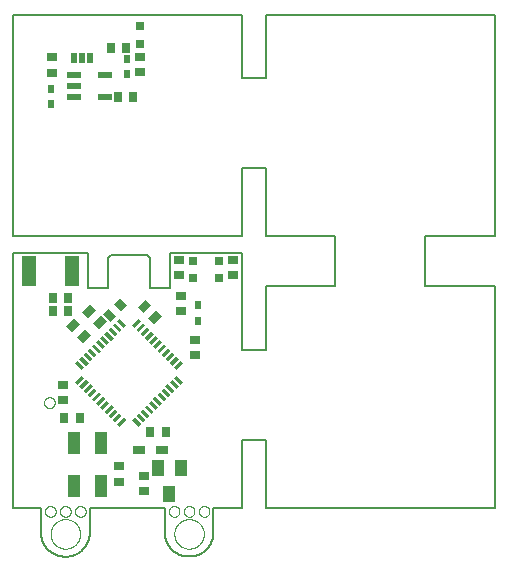
<source format=gtp>
G75*
%MOIN*%
%OFA0B0*%
%FSLAX25Y25*%
%IPPOS*%
%LPD*%
%AMOC8*
5,1,8,0,0,1.08239X$1,22.5*
%
%ADD10C,0.00500*%
%ADD11C,0.00000*%
%ADD12R,0.02756X0.03543*%
%ADD13R,0.03543X0.02756*%
%ADD14R,0.03150X0.03150*%
%ADD15R,0.03937X0.03150*%
%ADD16R,0.03937X0.05512*%
%ADD17R,0.03150X0.01181*%
%ADD18R,0.04331X0.07480*%
%ADD19R,0.01969X0.02756*%
%ADD20R,0.05000X0.10000*%
%ADD21R,0.04724X0.02165*%
%ADD22R,0.02000X0.03500*%
D10*
X0012550Y0010080D02*
X0012550Y0017580D01*
X0003175Y0017580D01*
X0003175Y0102541D01*
X0028175Y0102541D01*
X0028175Y0090705D01*
X0035050Y0090705D01*
X0035050Y0100901D01*
X0036027Y0101877D01*
X0047823Y0101877D01*
X0048800Y0100901D01*
X0048800Y0090705D01*
X0055675Y0090705D01*
X0055675Y0102580D01*
X0079425Y0102580D01*
X0079425Y0070080D01*
X0087550Y0070080D01*
X0087550Y0091330D01*
X0110675Y0091330D01*
X0110675Y0108205D01*
X0087550Y0108205D01*
X0087550Y0130705D01*
X0079425Y0130705D01*
X0079425Y0108205D01*
X0003175Y0108205D01*
X0003175Y0181955D01*
X0079425Y0181955D01*
X0079425Y0160705D01*
X0087550Y0160705D01*
X0087550Y0181955D01*
X0163800Y0181955D01*
X0163800Y0108205D01*
X0140675Y0108205D01*
X0140675Y0091330D01*
X0163800Y0091330D01*
X0163800Y0017580D01*
X0087550Y0017580D01*
X0087550Y0040080D01*
X0079425Y0040080D01*
X0079425Y0017580D01*
X0070050Y0017580D01*
X0070050Y0008830D01*
X0070032Y0008632D01*
X0070010Y0008435D01*
X0069983Y0008239D01*
X0069951Y0008043D01*
X0069914Y0007848D01*
X0069872Y0007654D01*
X0069826Y0007461D01*
X0069775Y0007269D01*
X0069720Y0007078D01*
X0069660Y0006889D01*
X0069595Y0006702D01*
X0069525Y0006516D01*
X0069452Y0006331D01*
X0069373Y0006149D01*
X0069291Y0005969D01*
X0069204Y0005790D01*
X0069112Y0005614D01*
X0069016Y0005440D01*
X0068917Y0005269D01*
X0068813Y0005100D01*
X0068705Y0004933D01*
X0068592Y0004770D01*
X0068476Y0004609D01*
X0068356Y0004451D01*
X0068233Y0004296D01*
X0068105Y0004143D01*
X0067974Y0003995D01*
X0067839Y0003849D01*
X0067701Y0003706D01*
X0067559Y0003568D01*
X0067414Y0003432D01*
X0067266Y0003300D01*
X0067114Y0003172D01*
X0066960Y0003047D01*
X0066802Y0002927D01*
X0066642Y0002810D01*
X0066479Y0002697D01*
X0066313Y0002588D01*
X0066144Y0002483D01*
X0065973Y0002383D01*
X0065800Y0002286D01*
X0065624Y0002194D01*
X0065446Y0002106D01*
X0065266Y0002022D01*
X0065084Y0001943D01*
X0064900Y0001869D01*
X0064715Y0001798D01*
X0064528Y0001733D01*
X0064339Y0001672D01*
X0064148Y0001615D01*
X0063957Y0001563D01*
X0063764Y0001516D01*
X0063570Y0001474D01*
X0063375Y0001436D01*
X0063180Y0001403D01*
X0062983Y0001375D01*
X0062786Y0001352D01*
X0062589Y0001333D01*
X0062391Y0001319D01*
X0062192Y0001310D01*
X0061994Y0001306D01*
X0061796Y0001307D01*
X0061597Y0001313D01*
X0061399Y0001323D01*
X0061201Y0001338D01*
X0061004Y0001358D01*
X0060807Y0001383D01*
X0060611Y0001413D01*
X0060415Y0001447D01*
X0060221Y0001486D01*
X0060027Y0001530D01*
X0059835Y0001579D01*
X0059643Y0001632D01*
X0059454Y0001690D01*
X0059265Y0001752D01*
X0059078Y0001819D01*
X0058893Y0001891D01*
X0058710Y0001967D01*
X0058529Y0002047D01*
X0058349Y0002132D01*
X0058172Y0002222D01*
X0057997Y0002315D01*
X0057824Y0002413D01*
X0057654Y0002515D01*
X0057486Y0002621D01*
X0057321Y0002731D01*
X0057159Y0002845D01*
X0056999Y0002963D01*
X0056843Y0003085D01*
X0056689Y0003211D01*
X0056539Y0003340D01*
X0056391Y0003473D01*
X0056247Y0003610D01*
X0056107Y0003750D01*
X0055969Y0003893D01*
X0055836Y0004040D01*
X0055706Y0004189D01*
X0055579Y0004342D01*
X0055457Y0004499D01*
X0055338Y0004657D01*
X0055223Y0004819D01*
X0055112Y0004984D01*
X0055005Y0005151D01*
X0054903Y0005321D01*
X0054804Y0005493D01*
X0054710Y0005668D01*
X0054619Y0005845D01*
X0054534Y0006024D01*
X0054452Y0006205D01*
X0054375Y0006387D01*
X0054303Y0006572D01*
X0054235Y0006759D01*
X0054172Y0006947D01*
X0054113Y0007136D01*
X0054059Y0007327D01*
X0054009Y0007519D01*
X0053964Y0007713D01*
X0053924Y0007907D01*
X0053889Y0008102D01*
X0053858Y0008298D01*
X0053833Y0008495D01*
X0053812Y0008693D01*
X0053796Y0008890D01*
X0053784Y0009088D01*
X0053778Y0009287D01*
X0053776Y0009485D01*
X0053779Y0009684D01*
X0053787Y0009882D01*
X0053800Y0010080D01*
X0053800Y0017580D01*
X0028800Y0017580D01*
X0028800Y0010080D01*
X0028814Y0009881D01*
X0028823Y0009681D01*
X0028828Y0009482D01*
X0028827Y0009282D01*
X0028822Y0009082D01*
X0028811Y0008883D01*
X0028796Y0008683D01*
X0028776Y0008485D01*
X0028751Y0008286D01*
X0028721Y0008089D01*
X0028687Y0007892D01*
X0028647Y0007696D01*
X0028603Y0007502D01*
X0028554Y0007308D01*
X0028500Y0007115D01*
X0028442Y0006924D01*
X0028379Y0006735D01*
X0028311Y0006547D01*
X0028239Y0006361D01*
X0028162Y0006176D01*
X0028081Y0005994D01*
X0027995Y0005813D01*
X0027905Y0005635D01*
X0027811Y0005459D01*
X0027712Y0005285D01*
X0027609Y0005114D01*
X0027502Y0004946D01*
X0027390Y0004780D01*
X0027275Y0004617D01*
X0027156Y0004456D01*
X0027033Y0004299D01*
X0026906Y0004145D01*
X0026775Y0003994D01*
X0026641Y0003846D01*
X0026503Y0003701D01*
X0026361Y0003560D01*
X0026216Y0003423D01*
X0026068Y0003289D01*
X0025917Y0003158D01*
X0025762Y0003032D01*
X0025605Y0002909D01*
X0025444Y0002790D01*
X0025281Y0002676D01*
X0025114Y0002565D01*
X0024946Y0002458D01*
X0024774Y0002355D01*
X0024600Y0002257D01*
X0024424Y0002163D01*
X0024245Y0002073D01*
X0024065Y0001988D01*
X0023882Y0001907D01*
X0023698Y0001831D01*
X0023511Y0001759D01*
X0023323Y0001692D01*
X0023133Y0001629D01*
X0022942Y0001572D01*
X0022750Y0001518D01*
X0022556Y0001470D01*
X0022361Y0001426D01*
X0022165Y0001387D01*
X0021968Y0001353D01*
X0021770Y0001324D01*
X0021572Y0001300D01*
X0021373Y0001280D01*
X0021174Y0001265D01*
X0020975Y0001256D01*
X0020775Y0001251D01*
X0020575Y0001251D01*
X0020375Y0001256D01*
X0020176Y0001265D01*
X0019977Y0001280D01*
X0019778Y0001300D01*
X0019580Y0001324D01*
X0019382Y0001353D01*
X0019185Y0001387D01*
X0018989Y0001426D01*
X0018794Y0001470D01*
X0018600Y0001518D01*
X0018408Y0001572D01*
X0018217Y0001629D01*
X0018027Y0001692D01*
X0017839Y0001759D01*
X0017652Y0001831D01*
X0017468Y0001907D01*
X0017285Y0001988D01*
X0017105Y0002073D01*
X0016926Y0002163D01*
X0016750Y0002257D01*
X0016576Y0002355D01*
X0016404Y0002458D01*
X0016236Y0002565D01*
X0016069Y0002676D01*
X0015906Y0002790D01*
X0015745Y0002909D01*
X0015588Y0003032D01*
X0015433Y0003158D01*
X0015282Y0003289D01*
X0015134Y0003423D01*
X0014989Y0003560D01*
X0014847Y0003701D01*
X0014709Y0003846D01*
X0014575Y0003994D01*
X0014444Y0004145D01*
X0014317Y0004299D01*
X0014194Y0004456D01*
X0014075Y0004617D01*
X0013960Y0004780D01*
X0013848Y0004946D01*
X0013741Y0005114D01*
X0013638Y0005285D01*
X0013539Y0005459D01*
X0013445Y0005635D01*
X0013355Y0005813D01*
X0013269Y0005994D01*
X0013188Y0006176D01*
X0013111Y0006361D01*
X0013039Y0006547D01*
X0012971Y0006735D01*
X0012908Y0006924D01*
X0012850Y0007115D01*
X0012796Y0007308D01*
X0012747Y0007502D01*
X0012703Y0007696D01*
X0012663Y0007892D01*
X0012629Y0008089D01*
X0012599Y0008286D01*
X0012574Y0008485D01*
X0012554Y0008683D01*
X0012539Y0008883D01*
X0012528Y0009082D01*
X0012523Y0009282D01*
X0012522Y0009482D01*
X0012527Y0009681D01*
X0012536Y0009881D01*
X0012550Y0010080D01*
D11*
X0013903Y0016330D02*
X0013905Y0016414D01*
X0013911Y0016497D01*
X0013921Y0016580D01*
X0013935Y0016663D01*
X0013952Y0016745D01*
X0013974Y0016826D01*
X0013999Y0016905D01*
X0014028Y0016984D01*
X0014061Y0017061D01*
X0014097Y0017136D01*
X0014137Y0017210D01*
X0014180Y0017282D01*
X0014227Y0017351D01*
X0014277Y0017418D01*
X0014330Y0017483D01*
X0014386Y0017545D01*
X0014444Y0017605D01*
X0014506Y0017662D01*
X0014570Y0017715D01*
X0014637Y0017766D01*
X0014706Y0017813D01*
X0014777Y0017858D01*
X0014850Y0017898D01*
X0014925Y0017935D01*
X0015002Y0017969D01*
X0015080Y0017999D01*
X0015159Y0018025D01*
X0015240Y0018048D01*
X0015322Y0018066D01*
X0015404Y0018081D01*
X0015487Y0018092D01*
X0015570Y0018099D01*
X0015654Y0018102D01*
X0015738Y0018101D01*
X0015821Y0018096D01*
X0015905Y0018087D01*
X0015987Y0018074D01*
X0016069Y0018058D01*
X0016150Y0018037D01*
X0016231Y0018013D01*
X0016309Y0017985D01*
X0016387Y0017953D01*
X0016463Y0017917D01*
X0016537Y0017878D01*
X0016609Y0017836D01*
X0016679Y0017790D01*
X0016747Y0017741D01*
X0016812Y0017689D01*
X0016875Y0017634D01*
X0016935Y0017576D01*
X0016993Y0017515D01*
X0017047Y0017451D01*
X0017099Y0017385D01*
X0017147Y0017317D01*
X0017192Y0017246D01*
X0017233Y0017173D01*
X0017272Y0017099D01*
X0017306Y0017023D01*
X0017337Y0016945D01*
X0017364Y0016866D01*
X0017388Y0016785D01*
X0017407Y0016704D01*
X0017423Y0016622D01*
X0017435Y0016539D01*
X0017443Y0016455D01*
X0017447Y0016372D01*
X0017447Y0016288D01*
X0017443Y0016205D01*
X0017435Y0016121D01*
X0017423Y0016038D01*
X0017407Y0015956D01*
X0017388Y0015875D01*
X0017364Y0015794D01*
X0017337Y0015715D01*
X0017306Y0015637D01*
X0017272Y0015561D01*
X0017233Y0015487D01*
X0017192Y0015414D01*
X0017147Y0015343D01*
X0017099Y0015275D01*
X0017047Y0015209D01*
X0016993Y0015145D01*
X0016935Y0015084D01*
X0016875Y0015026D01*
X0016812Y0014971D01*
X0016747Y0014919D01*
X0016679Y0014870D01*
X0016609Y0014824D01*
X0016537Y0014782D01*
X0016463Y0014743D01*
X0016387Y0014707D01*
X0016309Y0014675D01*
X0016231Y0014647D01*
X0016150Y0014623D01*
X0016069Y0014602D01*
X0015987Y0014586D01*
X0015905Y0014573D01*
X0015821Y0014564D01*
X0015738Y0014559D01*
X0015654Y0014558D01*
X0015570Y0014561D01*
X0015487Y0014568D01*
X0015404Y0014579D01*
X0015322Y0014594D01*
X0015240Y0014612D01*
X0015159Y0014635D01*
X0015080Y0014661D01*
X0015002Y0014691D01*
X0014925Y0014725D01*
X0014850Y0014762D01*
X0014777Y0014802D01*
X0014706Y0014847D01*
X0014637Y0014894D01*
X0014570Y0014945D01*
X0014506Y0014998D01*
X0014444Y0015055D01*
X0014386Y0015115D01*
X0014330Y0015177D01*
X0014277Y0015242D01*
X0014227Y0015309D01*
X0014180Y0015378D01*
X0014137Y0015450D01*
X0014097Y0015524D01*
X0014061Y0015599D01*
X0014028Y0015676D01*
X0013999Y0015755D01*
X0013974Y0015834D01*
X0013952Y0015915D01*
X0013935Y0015997D01*
X0013921Y0016080D01*
X0013911Y0016163D01*
X0013905Y0016246D01*
X0013903Y0016330D01*
X0018903Y0016330D02*
X0018905Y0016414D01*
X0018911Y0016497D01*
X0018921Y0016580D01*
X0018935Y0016663D01*
X0018952Y0016745D01*
X0018974Y0016826D01*
X0018999Y0016905D01*
X0019028Y0016984D01*
X0019061Y0017061D01*
X0019097Y0017136D01*
X0019137Y0017210D01*
X0019180Y0017282D01*
X0019227Y0017351D01*
X0019277Y0017418D01*
X0019330Y0017483D01*
X0019386Y0017545D01*
X0019444Y0017605D01*
X0019506Y0017662D01*
X0019570Y0017715D01*
X0019637Y0017766D01*
X0019706Y0017813D01*
X0019777Y0017858D01*
X0019850Y0017898D01*
X0019925Y0017935D01*
X0020002Y0017969D01*
X0020080Y0017999D01*
X0020159Y0018025D01*
X0020240Y0018048D01*
X0020322Y0018066D01*
X0020404Y0018081D01*
X0020487Y0018092D01*
X0020570Y0018099D01*
X0020654Y0018102D01*
X0020738Y0018101D01*
X0020821Y0018096D01*
X0020905Y0018087D01*
X0020987Y0018074D01*
X0021069Y0018058D01*
X0021150Y0018037D01*
X0021231Y0018013D01*
X0021309Y0017985D01*
X0021387Y0017953D01*
X0021463Y0017917D01*
X0021537Y0017878D01*
X0021609Y0017836D01*
X0021679Y0017790D01*
X0021747Y0017741D01*
X0021812Y0017689D01*
X0021875Y0017634D01*
X0021935Y0017576D01*
X0021993Y0017515D01*
X0022047Y0017451D01*
X0022099Y0017385D01*
X0022147Y0017317D01*
X0022192Y0017246D01*
X0022233Y0017173D01*
X0022272Y0017099D01*
X0022306Y0017023D01*
X0022337Y0016945D01*
X0022364Y0016866D01*
X0022388Y0016785D01*
X0022407Y0016704D01*
X0022423Y0016622D01*
X0022435Y0016539D01*
X0022443Y0016455D01*
X0022447Y0016372D01*
X0022447Y0016288D01*
X0022443Y0016205D01*
X0022435Y0016121D01*
X0022423Y0016038D01*
X0022407Y0015956D01*
X0022388Y0015875D01*
X0022364Y0015794D01*
X0022337Y0015715D01*
X0022306Y0015637D01*
X0022272Y0015561D01*
X0022233Y0015487D01*
X0022192Y0015414D01*
X0022147Y0015343D01*
X0022099Y0015275D01*
X0022047Y0015209D01*
X0021993Y0015145D01*
X0021935Y0015084D01*
X0021875Y0015026D01*
X0021812Y0014971D01*
X0021747Y0014919D01*
X0021679Y0014870D01*
X0021609Y0014824D01*
X0021537Y0014782D01*
X0021463Y0014743D01*
X0021387Y0014707D01*
X0021309Y0014675D01*
X0021231Y0014647D01*
X0021150Y0014623D01*
X0021069Y0014602D01*
X0020987Y0014586D01*
X0020905Y0014573D01*
X0020821Y0014564D01*
X0020738Y0014559D01*
X0020654Y0014558D01*
X0020570Y0014561D01*
X0020487Y0014568D01*
X0020404Y0014579D01*
X0020322Y0014594D01*
X0020240Y0014612D01*
X0020159Y0014635D01*
X0020080Y0014661D01*
X0020002Y0014691D01*
X0019925Y0014725D01*
X0019850Y0014762D01*
X0019777Y0014802D01*
X0019706Y0014847D01*
X0019637Y0014894D01*
X0019570Y0014945D01*
X0019506Y0014998D01*
X0019444Y0015055D01*
X0019386Y0015115D01*
X0019330Y0015177D01*
X0019277Y0015242D01*
X0019227Y0015309D01*
X0019180Y0015378D01*
X0019137Y0015450D01*
X0019097Y0015524D01*
X0019061Y0015599D01*
X0019028Y0015676D01*
X0018999Y0015755D01*
X0018974Y0015834D01*
X0018952Y0015915D01*
X0018935Y0015997D01*
X0018921Y0016080D01*
X0018911Y0016163D01*
X0018905Y0016246D01*
X0018903Y0016330D01*
X0023903Y0016330D02*
X0023905Y0016414D01*
X0023911Y0016497D01*
X0023921Y0016580D01*
X0023935Y0016663D01*
X0023952Y0016745D01*
X0023974Y0016826D01*
X0023999Y0016905D01*
X0024028Y0016984D01*
X0024061Y0017061D01*
X0024097Y0017136D01*
X0024137Y0017210D01*
X0024180Y0017282D01*
X0024227Y0017351D01*
X0024277Y0017418D01*
X0024330Y0017483D01*
X0024386Y0017545D01*
X0024444Y0017605D01*
X0024506Y0017662D01*
X0024570Y0017715D01*
X0024637Y0017766D01*
X0024706Y0017813D01*
X0024777Y0017858D01*
X0024850Y0017898D01*
X0024925Y0017935D01*
X0025002Y0017969D01*
X0025080Y0017999D01*
X0025159Y0018025D01*
X0025240Y0018048D01*
X0025322Y0018066D01*
X0025404Y0018081D01*
X0025487Y0018092D01*
X0025570Y0018099D01*
X0025654Y0018102D01*
X0025738Y0018101D01*
X0025821Y0018096D01*
X0025905Y0018087D01*
X0025987Y0018074D01*
X0026069Y0018058D01*
X0026150Y0018037D01*
X0026231Y0018013D01*
X0026309Y0017985D01*
X0026387Y0017953D01*
X0026463Y0017917D01*
X0026537Y0017878D01*
X0026609Y0017836D01*
X0026679Y0017790D01*
X0026747Y0017741D01*
X0026812Y0017689D01*
X0026875Y0017634D01*
X0026935Y0017576D01*
X0026993Y0017515D01*
X0027047Y0017451D01*
X0027099Y0017385D01*
X0027147Y0017317D01*
X0027192Y0017246D01*
X0027233Y0017173D01*
X0027272Y0017099D01*
X0027306Y0017023D01*
X0027337Y0016945D01*
X0027364Y0016866D01*
X0027388Y0016785D01*
X0027407Y0016704D01*
X0027423Y0016622D01*
X0027435Y0016539D01*
X0027443Y0016455D01*
X0027447Y0016372D01*
X0027447Y0016288D01*
X0027443Y0016205D01*
X0027435Y0016121D01*
X0027423Y0016038D01*
X0027407Y0015956D01*
X0027388Y0015875D01*
X0027364Y0015794D01*
X0027337Y0015715D01*
X0027306Y0015637D01*
X0027272Y0015561D01*
X0027233Y0015487D01*
X0027192Y0015414D01*
X0027147Y0015343D01*
X0027099Y0015275D01*
X0027047Y0015209D01*
X0026993Y0015145D01*
X0026935Y0015084D01*
X0026875Y0015026D01*
X0026812Y0014971D01*
X0026747Y0014919D01*
X0026679Y0014870D01*
X0026609Y0014824D01*
X0026537Y0014782D01*
X0026463Y0014743D01*
X0026387Y0014707D01*
X0026309Y0014675D01*
X0026231Y0014647D01*
X0026150Y0014623D01*
X0026069Y0014602D01*
X0025987Y0014586D01*
X0025905Y0014573D01*
X0025821Y0014564D01*
X0025738Y0014559D01*
X0025654Y0014558D01*
X0025570Y0014561D01*
X0025487Y0014568D01*
X0025404Y0014579D01*
X0025322Y0014594D01*
X0025240Y0014612D01*
X0025159Y0014635D01*
X0025080Y0014661D01*
X0025002Y0014691D01*
X0024925Y0014725D01*
X0024850Y0014762D01*
X0024777Y0014802D01*
X0024706Y0014847D01*
X0024637Y0014894D01*
X0024570Y0014945D01*
X0024506Y0014998D01*
X0024444Y0015055D01*
X0024386Y0015115D01*
X0024330Y0015177D01*
X0024277Y0015242D01*
X0024227Y0015309D01*
X0024180Y0015378D01*
X0024137Y0015450D01*
X0024097Y0015524D01*
X0024061Y0015599D01*
X0024028Y0015676D01*
X0023999Y0015755D01*
X0023974Y0015834D01*
X0023952Y0015915D01*
X0023935Y0015997D01*
X0023921Y0016080D01*
X0023911Y0016163D01*
X0023905Y0016246D01*
X0023903Y0016330D01*
X0015754Y0008830D02*
X0015756Y0008970D01*
X0015762Y0009110D01*
X0015772Y0009249D01*
X0015786Y0009388D01*
X0015804Y0009527D01*
X0015825Y0009665D01*
X0015851Y0009803D01*
X0015881Y0009940D01*
X0015914Y0010075D01*
X0015952Y0010210D01*
X0015993Y0010344D01*
X0016038Y0010477D01*
X0016086Y0010608D01*
X0016139Y0010737D01*
X0016195Y0010866D01*
X0016254Y0010992D01*
X0016318Y0011117D01*
X0016384Y0011240D01*
X0016455Y0011361D01*
X0016528Y0011480D01*
X0016605Y0011597D01*
X0016686Y0011711D01*
X0016769Y0011823D01*
X0016856Y0011933D01*
X0016946Y0012041D01*
X0017038Y0012145D01*
X0017134Y0012247D01*
X0017233Y0012347D01*
X0017334Y0012443D01*
X0017438Y0012537D01*
X0017545Y0012627D01*
X0017654Y0012714D01*
X0017766Y0012799D01*
X0017880Y0012880D01*
X0017996Y0012958D01*
X0018114Y0013032D01*
X0018235Y0013103D01*
X0018357Y0013171D01*
X0018482Y0013235D01*
X0018608Y0013296D01*
X0018735Y0013353D01*
X0018865Y0013406D01*
X0018996Y0013456D01*
X0019128Y0013501D01*
X0019261Y0013544D01*
X0019396Y0013582D01*
X0019531Y0013616D01*
X0019668Y0013647D01*
X0019805Y0013674D01*
X0019943Y0013696D01*
X0020082Y0013715D01*
X0020221Y0013730D01*
X0020360Y0013741D01*
X0020500Y0013748D01*
X0020640Y0013751D01*
X0020780Y0013750D01*
X0020920Y0013745D01*
X0021059Y0013736D01*
X0021199Y0013723D01*
X0021338Y0013706D01*
X0021476Y0013685D01*
X0021614Y0013661D01*
X0021751Y0013632D01*
X0021887Y0013600D01*
X0022022Y0013563D01*
X0022156Y0013523D01*
X0022289Y0013479D01*
X0022420Y0013431D01*
X0022550Y0013380D01*
X0022679Y0013325D01*
X0022806Y0013266D01*
X0022931Y0013203D01*
X0023054Y0013138D01*
X0023176Y0013068D01*
X0023295Y0012995D01*
X0023413Y0012919D01*
X0023528Y0012840D01*
X0023641Y0012757D01*
X0023751Y0012671D01*
X0023859Y0012582D01*
X0023964Y0012490D01*
X0024067Y0012395D01*
X0024167Y0012297D01*
X0024264Y0012197D01*
X0024358Y0012093D01*
X0024450Y0011987D01*
X0024538Y0011879D01*
X0024623Y0011768D01*
X0024705Y0011654D01*
X0024784Y0011538D01*
X0024859Y0011421D01*
X0024931Y0011301D01*
X0024999Y0011179D01*
X0025064Y0011055D01*
X0025126Y0010929D01*
X0025184Y0010802D01*
X0025238Y0010673D01*
X0025289Y0010542D01*
X0025335Y0010410D01*
X0025378Y0010277D01*
X0025418Y0010143D01*
X0025453Y0010008D01*
X0025485Y0009871D01*
X0025512Y0009734D01*
X0025536Y0009596D01*
X0025556Y0009458D01*
X0025572Y0009319D01*
X0025584Y0009179D01*
X0025592Y0009040D01*
X0025596Y0008900D01*
X0025596Y0008760D01*
X0025592Y0008620D01*
X0025584Y0008481D01*
X0025572Y0008341D01*
X0025556Y0008202D01*
X0025536Y0008064D01*
X0025512Y0007926D01*
X0025485Y0007789D01*
X0025453Y0007652D01*
X0025418Y0007517D01*
X0025378Y0007383D01*
X0025335Y0007250D01*
X0025289Y0007118D01*
X0025238Y0006987D01*
X0025184Y0006858D01*
X0025126Y0006731D01*
X0025064Y0006605D01*
X0024999Y0006481D01*
X0024931Y0006359D01*
X0024859Y0006239D01*
X0024784Y0006122D01*
X0024705Y0006006D01*
X0024623Y0005892D01*
X0024538Y0005781D01*
X0024450Y0005673D01*
X0024358Y0005567D01*
X0024264Y0005463D01*
X0024167Y0005363D01*
X0024067Y0005265D01*
X0023964Y0005170D01*
X0023859Y0005078D01*
X0023751Y0004989D01*
X0023641Y0004903D01*
X0023528Y0004820D01*
X0023413Y0004741D01*
X0023295Y0004665D01*
X0023176Y0004592D01*
X0023054Y0004522D01*
X0022931Y0004457D01*
X0022806Y0004394D01*
X0022679Y0004335D01*
X0022550Y0004280D01*
X0022420Y0004229D01*
X0022289Y0004181D01*
X0022156Y0004137D01*
X0022022Y0004097D01*
X0021887Y0004060D01*
X0021751Y0004028D01*
X0021614Y0003999D01*
X0021476Y0003975D01*
X0021338Y0003954D01*
X0021199Y0003937D01*
X0021059Y0003924D01*
X0020920Y0003915D01*
X0020780Y0003910D01*
X0020640Y0003909D01*
X0020500Y0003912D01*
X0020360Y0003919D01*
X0020221Y0003930D01*
X0020082Y0003945D01*
X0019943Y0003964D01*
X0019805Y0003986D01*
X0019668Y0004013D01*
X0019531Y0004044D01*
X0019396Y0004078D01*
X0019261Y0004116D01*
X0019128Y0004159D01*
X0018996Y0004204D01*
X0018865Y0004254D01*
X0018735Y0004307D01*
X0018608Y0004364D01*
X0018482Y0004425D01*
X0018357Y0004489D01*
X0018235Y0004557D01*
X0018114Y0004628D01*
X0017996Y0004702D01*
X0017880Y0004780D01*
X0017766Y0004861D01*
X0017654Y0004946D01*
X0017545Y0005033D01*
X0017438Y0005123D01*
X0017334Y0005217D01*
X0017233Y0005313D01*
X0017134Y0005413D01*
X0017038Y0005515D01*
X0016946Y0005619D01*
X0016856Y0005727D01*
X0016769Y0005837D01*
X0016686Y0005949D01*
X0016605Y0006063D01*
X0016528Y0006180D01*
X0016455Y0006299D01*
X0016384Y0006420D01*
X0016318Y0006543D01*
X0016254Y0006668D01*
X0016195Y0006794D01*
X0016139Y0006923D01*
X0016086Y0007052D01*
X0016038Y0007183D01*
X0015993Y0007316D01*
X0015952Y0007450D01*
X0015914Y0007585D01*
X0015881Y0007720D01*
X0015851Y0007857D01*
X0015825Y0007995D01*
X0015804Y0008133D01*
X0015786Y0008272D01*
X0015772Y0008411D01*
X0015762Y0008550D01*
X0015756Y0008690D01*
X0015754Y0008830D01*
X0013590Y0052580D02*
X0013592Y0052664D01*
X0013598Y0052747D01*
X0013608Y0052830D01*
X0013622Y0052913D01*
X0013639Y0052995D01*
X0013661Y0053076D01*
X0013686Y0053155D01*
X0013715Y0053234D01*
X0013748Y0053311D01*
X0013784Y0053386D01*
X0013824Y0053460D01*
X0013867Y0053532D01*
X0013914Y0053601D01*
X0013964Y0053668D01*
X0014017Y0053733D01*
X0014073Y0053795D01*
X0014131Y0053855D01*
X0014193Y0053912D01*
X0014257Y0053965D01*
X0014324Y0054016D01*
X0014393Y0054063D01*
X0014464Y0054108D01*
X0014537Y0054148D01*
X0014612Y0054185D01*
X0014689Y0054219D01*
X0014767Y0054249D01*
X0014846Y0054275D01*
X0014927Y0054298D01*
X0015009Y0054316D01*
X0015091Y0054331D01*
X0015174Y0054342D01*
X0015257Y0054349D01*
X0015341Y0054352D01*
X0015425Y0054351D01*
X0015508Y0054346D01*
X0015592Y0054337D01*
X0015674Y0054324D01*
X0015756Y0054308D01*
X0015837Y0054287D01*
X0015918Y0054263D01*
X0015996Y0054235D01*
X0016074Y0054203D01*
X0016150Y0054167D01*
X0016224Y0054128D01*
X0016296Y0054086D01*
X0016366Y0054040D01*
X0016434Y0053991D01*
X0016499Y0053939D01*
X0016562Y0053884D01*
X0016622Y0053826D01*
X0016680Y0053765D01*
X0016734Y0053701D01*
X0016786Y0053635D01*
X0016834Y0053567D01*
X0016879Y0053496D01*
X0016920Y0053423D01*
X0016959Y0053349D01*
X0016993Y0053273D01*
X0017024Y0053195D01*
X0017051Y0053116D01*
X0017075Y0053035D01*
X0017094Y0052954D01*
X0017110Y0052872D01*
X0017122Y0052789D01*
X0017130Y0052705D01*
X0017134Y0052622D01*
X0017134Y0052538D01*
X0017130Y0052455D01*
X0017122Y0052371D01*
X0017110Y0052288D01*
X0017094Y0052206D01*
X0017075Y0052125D01*
X0017051Y0052044D01*
X0017024Y0051965D01*
X0016993Y0051887D01*
X0016959Y0051811D01*
X0016920Y0051737D01*
X0016879Y0051664D01*
X0016834Y0051593D01*
X0016786Y0051525D01*
X0016734Y0051459D01*
X0016680Y0051395D01*
X0016622Y0051334D01*
X0016562Y0051276D01*
X0016499Y0051221D01*
X0016434Y0051169D01*
X0016366Y0051120D01*
X0016296Y0051074D01*
X0016224Y0051032D01*
X0016150Y0050993D01*
X0016074Y0050957D01*
X0015996Y0050925D01*
X0015918Y0050897D01*
X0015837Y0050873D01*
X0015756Y0050852D01*
X0015674Y0050836D01*
X0015592Y0050823D01*
X0015508Y0050814D01*
X0015425Y0050809D01*
X0015341Y0050808D01*
X0015257Y0050811D01*
X0015174Y0050818D01*
X0015091Y0050829D01*
X0015009Y0050844D01*
X0014927Y0050862D01*
X0014846Y0050885D01*
X0014767Y0050911D01*
X0014689Y0050941D01*
X0014612Y0050975D01*
X0014537Y0051012D01*
X0014464Y0051052D01*
X0014393Y0051097D01*
X0014324Y0051144D01*
X0014257Y0051195D01*
X0014193Y0051248D01*
X0014131Y0051305D01*
X0014073Y0051365D01*
X0014017Y0051427D01*
X0013964Y0051492D01*
X0013914Y0051559D01*
X0013867Y0051628D01*
X0013824Y0051700D01*
X0013784Y0051774D01*
X0013748Y0051849D01*
X0013715Y0051926D01*
X0013686Y0052005D01*
X0013661Y0052084D01*
X0013639Y0052165D01*
X0013622Y0052247D01*
X0013608Y0052330D01*
X0013598Y0052413D01*
X0013592Y0052496D01*
X0013590Y0052580D01*
X0055153Y0016330D02*
X0055155Y0016414D01*
X0055161Y0016497D01*
X0055171Y0016580D01*
X0055185Y0016663D01*
X0055202Y0016745D01*
X0055224Y0016826D01*
X0055249Y0016905D01*
X0055278Y0016984D01*
X0055311Y0017061D01*
X0055347Y0017136D01*
X0055387Y0017210D01*
X0055430Y0017282D01*
X0055477Y0017351D01*
X0055527Y0017418D01*
X0055580Y0017483D01*
X0055636Y0017545D01*
X0055694Y0017605D01*
X0055756Y0017662D01*
X0055820Y0017715D01*
X0055887Y0017766D01*
X0055956Y0017813D01*
X0056027Y0017858D01*
X0056100Y0017898D01*
X0056175Y0017935D01*
X0056252Y0017969D01*
X0056330Y0017999D01*
X0056409Y0018025D01*
X0056490Y0018048D01*
X0056572Y0018066D01*
X0056654Y0018081D01*
X0056737Y0018092D01*
X0056820Y0018099D01*
X0056904Y0018102D01*
X0056988Y0018101D01*
X0057071Y0018096D01*
X0057155Y0018087D01*
X0057237Y0018074D01*
X0057319Y0018058D01*
X0057400Y0018037D01*
X0057481Y0018013D01*
X0057559Y0017985D01*
X0057637Y0017953D01*
X0057713Y0017917D01*
X0057787Y0017878D01*
X0057859Y0017836D01*
X0057929Y0017790D01*
X0057997Y0017741D01*
X0058062Y0017689D01*
X0058125Y0017634D01*
X0058185Y0017576D01*
X0058243Y0017515D01*
X0058297Y0017451D01*
X0058349Y0017385D01*
X0058397Y0017317D01*
X0058442Y0017246D01*
X0058483Y0017173D01*
X0058522Y0017099D01*
X0058556Y0017023D01*
X0058587Y0016945D01*
X0058614Y0016866D01*
X0058638Y0016785D01*
X0058657Y0016704D01*
X0058673Y0016622D01*
X0058685Y0016539D01*
X0058693Y0016455D01*
X0058697Y0016372D01*
X0058697Y0016288D01*
X0058693Y0016205D01*
X0058685Y0016121D01*
X0058673Y0016038D01*
X0058657Y0015956D01*
X0058638Y0015875D01*
X0058614Y0015794D01*
X0058587Y0015715D01*
X0058556Y0015637D01*
X0058522Y0015561D01*
X0058483Y0015487D01*
X0058442Y0015414D01*
X0058397Y0015343D01*
X0058349Y0015275D01*
X0058297Y0015209D01*
X0058243Y0015145D01*
X0058185Y0015084D01*
X0058125Y0015026D01*
X0058062Y0014971D01*
X0057997Y0014919D01*
X0057929Y0014870D01*
X0057859Y0014824D01*
X0057787Y0014782D01*
X0057713Y0014743D01*
X0057637Y0014707D01*
X0057559Y0014675D01*
X0057481Y0014647D01*
X0057400Y0014623D01*
X0057319Y0014602D01*
X0057237Y0014586D01*
X0057155Y0014573D01*
X0057071Y0014564D01*
X0056988Y0014559D01*
X0056904Y0014558D01*
X0056820Y0014561D01*
X0056737Y0014568D01*
X0056654Y0014579D01*
X0056572Y0014594D01*
X0056490Y0014612D01*
X0056409Y0014635D01*
X0056330Y0014661D01*
X0056252Y0014691D01*
X0056175Y0014725D01*
X0056100Y0014762D01*
X0056027Y0014802D01*
X0055956Y0014847D01*
X0055887Y0014894D01*
X0055820Y0014945D01*
X0055756Y0014998D01*
X0055694Y0015055D01*
X0055636Y0015115D01*
X0055580Y0015177D01*
X0055527Y0015242D01*
X0055477Y0015309D01*
X0055430Y0015378D01*
X0055387Y0015450D01*
X0055347Y0015524D01*
X0055311Y0015599D01*
X0055278Y0015676D01*
X0055249Y0015755D01*
X0055224Y0015834D01*
X0055202Y0015915D01*
X0055185Y0015997D01*
X0055171Y0016080D01*
X0055161Y0016163D01*
X0055155Y0016246D01*
X0055153Y0016330D01*
X0060153Y0016330D02*
X0060155Y0016414D01*
X0060161Y0016497D01*
X0060171Y0016580D01*
X0060185Y0016663D01*
X0060202Y0016745D01*
X0060224Y0016826D01*
X0060249Y0016905D01*
X0060278Y0016984D01*
X0060311Y0017061D01*
X0060347Y0017136D01*
X0060387Y0017210D01*
X0060430Y0017282D01*
X0060477Y0017351D01*
X0060527Y0017418D01*
X0060580Y0017483D01*
X0060636Y0017545D01*
X0060694Y0017605D01*
X0060756Y0017662D01*
X0060820Y0017715D01*
X0060887Y0017766D01*
X0060956Y0017813D01*
X0061027Y0017858D01*
X0061100Y0017898D01*
X0061175Y0017935D01*
X0061252Y0017969D01*
X0061330Y0017999D01*
X0061409Y0018025D01*
X0061490Y0018048D01*
X0061572Y0018066D01*
X0061654Y0018081D01*
X0061737Y0018092D01*
X0061820Y0018099D01*
X0061904Y0018102D01*
X0061988Y0018101D01*
X0062071Y0018096D01*
X0062155Y0018087D01*
X0062237Y0018074D01*
X0062319Y0018058D01*
X0062400Y0018037D01*
X0062481Y0018013D01*
X0062559Y0017985D01*
X0062637Y0017953D01*
X0062713Y0017917D01*
X0062787Y0017878D01*
X0062859Y0017836D01*
X0062929Y0017790D01*
X0062997Y0017741D01*
X0063062Y0017689D01*
X0063125Y0017634D01*
X0063185Y0017576D01*
X0063243Y0017515D01*
X0063297Y0017451D01*
X0063349Y0017385D01*
X0063397Y0017317D01*
X0063442Y0017246D01*
X0063483Y0017173D01*
X0063522Y0017099D01*
X0063556Y0017023D01*
X0063587Y0016945D01*
X0063614Y0016866D01*
X0063638Y0016785D01*
X0063657Y0016704D01*
X0063673Y0016622D01*
X0063685Y0016539D01*
X0063693Y0016455D01*
X0063697Y0016372D01*
X0063697Y0016288D01*
X0063693Y0016205D01*
X0063685Y0016121D01*
X0063673Y0016038D01*
X0063657Y0015956D01*
X0063638Y0015875D01*
X0063614Y0015794D01*
X0063587Y0015715D01*
X0063556Y0015637D01*
X0063522Y0015561D01*
X0063483Y0015487D01*
X0063442Y0015414D01*
X0063397Y0015343D01*
X0063349Y0015275D01*
X0063297Y0015209D01*
X0063243Y0015145D01*
X0063185Y0015084D01*
X0063125Y0015026D01*
X0063062Y0014971D01*
X0062997Y0014919D01*
X0062929Y0014870D01*
X0062859Y0014824D01*
X0062787Y0014782D01*
X0062713Y0014743D01*
X0062637Y0014707D01*
X0062559Y0014675D01*
X0062481Y0014647D01*
X0062400Y0014623D01*
X0062319Y0014602D01*
X0062237Y0014586D01*
X0062155Y0014573D01*
X0062071Y0014564D01*
X0061988Y0014559D01*
X0061904Y0014558D01*
X0061820Y0014561D01*
X0061737Y0014568D01*
X0061654Y0014579D01*
X0061572Y0014594D01*
X0061490Y0014612D01*
X0061409Y0014635D01*
X0061330Y0014661D01*
X0061252Y0014691D01*
X0061175Y0014725D01*
X0061100Y0014762D01*
X0061027Y0014802D01*
X0060956Y0014847D01*
X0060887Y0014894D01*
X0060820Y0014945D01*
X0060756Y0014998D01*
X0060694Y0015055D01*
X0060636Y0015115D01*
X0060580Y0015177D01*
X0060527Y0015242D01*
X0060477Y0015309D01*
X0060430Y0015378D01*
X0060387Y0015450D01*
X0060347Y0015524D01*
X0060311Y0015599D01*
X0060278Y0015676D01*
X0060249Y0015755D01*
X0060224Y0015834D01*
X0060202Y0015915D01*
X0060185Y0015997D01*
X0060171Y0016080D01*
X0060161Y0016163D01*
X0060155Y0016246D01*
X0060153Y0016330D01*
X0057004Y0008830D02*
X0057006Y0008970D01*
X0057012Y0009110D01*
X0057022Y0009249D01*
X0057036Y0009388D01*
X0057054Y0009527D01*
X0057075Y0009665D01*
X0057101Y0009803D01*
X0057131Y0009940D01*
X0057164Y0010075D01*
X0057202Y0010210D01*
X0057243Y0010344D01*
X0057288Y0010477D01*
X0057336Y0010608D01*
X0057389Y0010737D01*
X0057445Y0010866D01*
X0057504Y0010992D01*
X0057568Y0011117D01*
X0057634Y0011240D01*
X0057705Y0011361D01*
X0057778Y0011480D01*
X0057855Y0011597D01*
X0057936Y0011711D01*
X0058019Y0011823D01*
X0058106Y0011933D01*
X0058196Y0012041D01*
X0058288Y0012145D01*
X0058384Y0012247D01*
X0058483Y0012347D01*
X0058584Y0012443D01*
X0058688Y0012537D01*
X0058795Y0012627D01*
X0058904Y0012714D01*
X0059016Y0012799D01*
X0059130Y0012880D01*
X0059246Y0012958D01*
X0059364Y0013032D01*
X0059485Y0013103D01*
X0059607Y0013171D01*
X0059732Y0013235D01*
X0059858Y0013296D01*
X0059985Y0013353D01*
X0060115Y0013406D01*
X0060246Y0013456D01*
X0060378Y0013501D01*
X0060511Y0013544D01*
X0060646Y0013582D01*
X0060781Y0013616D01*
X0060918Y0013647D01*
X0061055Y0013674D01*
X0061193Y0013696D01*
X0061332Y0013715D01*
X0061471Y0013730D01*
X0061610Y0013741D01*
X0061750Y0013748D01*
X0061890Y0013751D01*
X0062030Y0013750D01*
X0062170Y0013745D01*
X0062309Y0013736D01*
X0062449Y0013723D01*
X0062588Y0013706D01*
X0062726Y0013685D01*
X0062864Y0013661D01*
X0063001Y0013632D01*
X0063137Y0013600D01*
X0063272Y0013563D01*
X0063406Y0013523D01*
X0063539Y0013479D01*
X0063670Y0013431D01*
X0063800Y0013380D01*
X0063929Y0013325D01*
X0064056Y0013266D01*
X0064181Y0013203D01*
X0064304Y0013138D01*
X0064426Y0013068D01*
X0064545Y0012995D01*
X0064663Y0012919D01*
X0064778Y0012840D01*
X0064891Y0012757D01*
X0065001Y0012671D01*
X0065109Y0012582D01*
X0065214Y0012490D01*
X0065317Y0012395D01*
X0065417Y0012297D01*
X0065514Y0012197D01*
X0065608Y0012093D01*
X0065700Y0011987D01*
X0065788Y0011879D01*
X0065873Y0011768D01*
X0065955Y0011654D01*
X0066034Y0011538D01*
X0066109Y0011421D01*
X0066181Y0011301D01*
X0066249Y0011179D01*
X0066314Y0011055D01*
X0066376Y0010929D01*
X0066434Y0010802D01*
X0066488Y0010673D01*
X0066539Y0010542D01*
X0066585Y0010410D01*
X0066628Y0010277D01*
X0066668Y0010143D01*
X0066703Y0010008D01*
X0066735Y0009871D01*
X0066762Y0009734D01*
X0066786Y0009596D01*
X0066806Y0009458D01*
X0066822Y0009319D01*
X0066834Y0009179D01*
X0066842Y0009040D01*
X0066846Y0008900D01*
X0066846Y0008760D01*
X0066842Y0008620D01*
X0066834Y0008481D01*
X0066822Y0008341D01*
X0066806Y0008202D01*
X0066786Y0008064D01*
X0066762Y0007926D01*
X0066735Y0007789D01*
X0066703Y0007652D01*
X0066668Y0007517D01*
X0066628Y0007383D01*
X0066585Y0007250D01*
X0066539Y0007118D01*
X0066488Y0006987D01*
X0066434Y0006858D01*
X0066376Y0006731D01*
X0066314Y0006605D01*
X0066249Y0006481D01*
X0066181Y0006359D01*
X0066109Y0006239D01*
X0066034Y0006122D01*
X0065955Y0006006D01*
X0065873Y0005892D01*
X0065788Y0005781D01*
X0065700Y0005673D01*
X0065608Y0005567D01*
X0065514Y0005463D01*
X0065417Y0005363D01*
X0065317Y0005265D01*
X0065214Y0005170D01*
X0065109Y0005078D01*
X0065001Y0004989D01*
X0064891Y0004903D01*
X0064778Y0004820D01*
X0064663Y0004741D01*
X0064545Y0004665D01*
X0064426Y0004592D01*
X0064304Y0004522D01*
X0064181Y0004457D01*
X0064056Y0004394D01*
X0063929Y0004335D01*
X0063800Y0004280D01*
X0063670Y0004229D01*
X0063539Y0004181D01*
X0063406Y0004137D01*
X0063272Y0004097D01*
X0063137Y0004060D01*
X0063001Y0004028D01*
X0062864Y0003999D01*
X0062726Y0003975D01*
X0062588Y0003954D01*
X0062449Y0003937D01*
X0062309Y0003924D01*
X0062170Y0003915D01*
X0062030Y0003910D01*
X0061890Y0003909D01*
X0061750Y0003912D01*
X0061610Y0003919D01*
X0061471Y0003930D01*
X0061332Y0003945D01*
X0061193Y0003964D01*
X0061055Y0003986D01*
X0060918Y0004013D01*
X0060781Y0004044D01*
X0060646Y0004078D01*
X0060511Y0004116D01*
X0060378Y0004159D01*
X0060246Y0004204D01*
X0060115Y0004254D01*
X0059985Y0004307D01*
X0059858Y0004364D01*
X0059732Y0004425D01*
X0059607Y0004489D01*
X0059485Y0004557D01*
X0059364Y0004628D01*
X0059246Y0004702D01*
X0059130Y0004780D01*
X0059016Y0004861D01*
X0058904Y0004946D01*
X0058795Y0005033D01*
X0058688Y0005123D01*
X0058584Y0005217D01*
X0058483Y0005313D01*
X0058384Y0005413D01*
X0058288Y0005515D01*
X0058196Y0005619D01*
X0058106Y0005727D01*
X0058019Y0005837D01*
X0057936Y0005949D01*
X0057855Y0006063D01*
X0057778Y0006180D01*
X0057705Y0006299D01*
X0057634Y0006420D01*
X0057568Y0006543D01*
X0057504Y0006668D01*
X0057445Y0006794D01*
X0057389Y0006923D01*
X0057336Y0007052D01*
X0057288Y0007183D01*
X0057243Y0007316D01*
X0057202Y0007450D01*
X0057164Y0007585D01*
X0057131Y0007720D01*
X0057101Y0007857D01*
X0057075Y0007995D01*
X0057054Y0008133D01*
X0057036Y0008272D01*
X0057022Y0008411D01*
X0057012Y0008550D01*
X0057006Y0008690D01*
X0057004Y0008830D01*
X0065153Y0016330D02*
X0065155Y0016414D01*
X0065161Y0016497D01*
X0065171Y0016580D01*
X0065185Y0016663D01*
X0065202Y0016745D01*
X0065224Y0016826D01*
X0065249Y0016905D01*
X0065278Y0016984D01*
X0065311Y0017061D01*
X0065347Y0017136D01*
X0065387Y0017210D01*
X0065430Y0017282D01*
X0065477Y0017351D01*
X0065527Y0017418D01*
X0065580Y0017483D01*
X0065636Y0017545D01*
X0065694Y0017605D01*
X0065756Y0017662D01*
X0065820Y0017715D01*
X0065887Y0017766D01*
X0065956Y0017813D01*
X0066027Y0017858D01*
X0066100Y0017898D01*
X0066175Y0017935D01*
X0066252Y0017969D01*
X0066330Y0017999D01*
X0066409Y0018025D01*
X0066490Y0018048D01*
X0066572Y0018066D01*
X0066654Y0018081D01*
X0066737Y0018092D01*
X0066820Y0018099D01*
X0066904Y0018102D01*
X0066988Y0018101D01*
X0067071Y0018096D01*
X0067155Y0018087D01*
X0067237Y0018074D01*
X0067319Y0018058D01*
X0067400Y0018037D01*
X0067481Y0018013D01*
X0067559Y0017985D01*
X0067637Y0017953D01*
X0067713Y0017917D01*
X0067787Y0017878D01*
X0067859Y0017836D01*
X0067929Y0017790D01*
X0067997Y0017741D01*
X0068062Y0017689D01*
X0068125Y0017634D01*
X0068185Y0017576D01*
X0068243Y0017515D01*
X0068297Y0017451D01*
X0068349Y0017385D01*
X0068397Y0017317D01*
X0068442Y0017246D01*
X0068483Y0017173D01*
X0068522Y0017099D01*
X0068556Y0017023D01*
X0068587Y0016945D01*
X0068614Y0016866D01*
X0068638Y0016785D01*
X0068657Y0016704D01*
X0068673Y0016622D01*
X0068685Y0016539D01*
X0068693Y0016455D01*
X0068697Y0016372D01*
X0068697Y0016288D01*
X0068693Y0016205D01*
X0068685Y0016121D01*
X0068673Y0016038D01*
X0068657Y0015956D01*
X0068638Y0015875D01*
X0068614Y0015794D01*
X0068587Y0015715D01*
X0068556Y0015637D01*
X0068522Y0015561D01*
X0068483Y0015487D01*
X0068442Y0015414D01*
X0068397Y0015343D01*
X0068349Y0015275D01*
X0068297Y0015209D01*
X0068243Y0015145D01*
X0068185Y0015084D01*
X0068125Y0015026D01*
X0068062Y0014971D01*
X0067997Y0014919D01*
X0067929Y0014870D01*
X0067859Y0014824D01*
X0067787Y0014782D01*
X0067713Y0014743D01*
X0067637Y0014707D01*
X0067559Y0014675D01*
X0067481Y0014647D01*
X0067400Y0014623D01*
X0067319Y0014602D01*
X0067237Y0014586D01*
X0067155Y0014573D01*
X0067071Y0014564D01*
X0066988Y0014559D01*
X0066904Y0014558D01*
X0066820Y0014561D01*
X0066737Y0014568D01*
X0066654Y0014579D01*
X0066572Y0014594D01*
X0066490Y0014612D01*
X0066409Y0014635D01*
X0066330Y0014661D01*
X0066252Y0014691D01*
X0066175Y0014725D01*
X0066100Y0014762D01*
X0066027Y0014802D01*
X0065956Y0014847D01*
X0065887Y0014894D01*
X0065820Y0014945D01*
X0065756Y0014998D01*
X0065694Y0015055D01*
X0065636Y0015115D01*
X0065580Y0015177D01*
X0065527Y0015242D01*
X0065477Y0015309D01*
X0065430Y0015378D01*
X0065387Y0015450D01*
X0065347Y0015524D01*
X0065311Y0015599D01*
X0065278Y0015676D01*
X0065249Y0015755D01*
X0065224Y0015834D01*
X0065202Y0015915D01*
X0065185Y0015997D01*
X0065171Y0016080D01*
X0065161Y0016163D01*
X0065155Y0016246D01*
X0065153Y0016330D01*
D12*
X0054172Y0042893D03*
X0049053Y0042893D03*
X0025422Y0047580D03*
X0020303Y0047580D03*
G36*
X0026583Y0072607D02*
X0024634Y0074556D01*
X0027137Y0077059D01*
X0029086Y0075110D01*
X0026583Y0072607D01*
G37*
G36*
X0022963Y0076226D02*
X0021014Y0078175D01*
X0023517Y0080678D01*
X0025466Y0078729D01*
X0022963Y0076226D01*
G37*
X0021672Y0083205D03*
X0021672Y0087580D03*
X0016553Y0087580D03*
X0016553Y0083205D03*
G36*
X0028830Y0085366D02*
X0030779Y0083417D01*
X0028276Y0080914D01*
X0026327Y0082863D01*
X0028830Y0085366D01*
G37*
G36*
X0032449Y0081747D02*
X0034398Y0079798D01*
X0031895Y0077295D01*
X0029946Y0079244D01*
X0032449Y0081747D01*
G37*
G36*
X0037654Y0081431D02*
X0035705Y0079482D01*
X0033202Y0081985D01*
X0035151Y0083934D01*
X0037654Y0081431D01*
G37*
G36*
X0041273Y0085050D02*
X0039324Y0083101D01*
X0036821Y0085604D01*
X0038770Y0087553D01*
X0041273Y0085050D01*
G37*
G36*
X0046713Y0082476D02*
X0044764Y0084425D01*
X0047267Y0086928D01*
X0049216Y0084979D01*
X0046713Y0082476D01*
G37*
G36*
X0050333Y0078857D02*
X0048384Y0080806D01*
X0050887Y0083309D01*
X0052836Y0081360D01*
X0050333Y0078857D01*
G37*
X0043234Y0154455D03*
X0038116Y0154455D03*
X0035928Y0170705D03*
X0041047Y0170705D03*
D13*
X0045675Y0167952D03*
X0045675Y0162834D03*
X0016300Y0162521D03*
X0016300Y0167639D03*
X0058487Y0100139D03*
X0058487Y0095021D03*
X0059112Y0088264D03*
X0059112Y0083146D03*
X0063800Y0073577D03*
X0063800Y0068459D03*
X0076613Y0095021D03*
X0076613Y0100139D03*
X0019738Y0058577D03*
X0019738Y0053459D03*
X0038488Y0031389D03*
X0038488Y0026271D03*
X0046925Y0028264D03*
X0046925Y0023146D03*
D14*
X0063175Y0094002D03*
X0063175Y0099908D03*
X0071925Y0099908D03*
X0071925Y0094002D03*
X0045675Y0172127D03*
X0045675Y0178033D03*
D15*
X0045175Y0036643D03*
X0053050Y0036643D03*
D16*
X0051622Y0030661D03*
X0059103Y0030661D03*
X0055362Y0022000D03*
D17*
G36*
X0045126Y0044625D02*
X0042900Y0046851D01*
X0043734Y0047685D01*
X0045960Y0045459D01*
X0045126Y0044625D01*
G37*
G36*
X0046518Y0046017D02*
X0044292Y0048243D01*
X0045126Y0049077D01*
X0047352Y0046851D01*
X0046518Y0046017D01*
G37*
G36*
X0047910Y0047409D02*
X0045684Y0049635D01*
X0046518Y0050469D01*
X0048744Y0048243D01*
X0047910Y0047409D01*
G37*
G36*
X0049302Y0048801D02*
X0047076Y0051027D01*
X0047910Y0051861D01*
X0050136Y0049635D01*
X0049302Y0048801D01*
G37*
G36*
X0050694Y0050193D02*
X0048468Y0052419D01*
X0049302Y0053253D01*
X0051528Y0051027D01*
X0050694Y0050193D01*
G37*
G36*
X0052086Y0051585D02*
X0049860Y0053811D01*
X0050694Y0054645D01*
X0052920Y0052419D01*
X0052086Y0051585D01*
G37*
G36*
X0052086Y0056037D02*
X0054312Y0053811D01*
X0053478Y0052977D01*
X0051252Y0055203D01*
X0052086Y0056037D01*
G37*
G36*
X0053478Y0057429D02*
X0055704Y0055203D01*
X0054870Y0054369D01*
X0052644Y0056595D01*
X0053478Y0057429D01*
G37*
G36*
X0054870Y0058821D02*
X0057096Y0056595D01*
X0056262Y0055761D01*
X0054036Y0057987D01*
X0054870Y0058821D01*
G37*
G36*
X0056262Y0060213D02*
X0058488Y0057987D01*
X0057654Y0057153D01*
X0055428Y0059379D01*
X0056262Y0060213D01*
G37*
G36*
X0057654Y0061605D02*
X0059880Y0059379D01*
X0059046Y0058545D01*
X0056820Y0060771D01*
X0057654Y0061605D01*
G37*
G36*
X0059880Y0065782D02*
X0057654Y0063556D01*
X0056820Y0064390D01*
X0059046Y0066616D01*
X0059880Y0065782D01*
G37*
G36*
X0058488Y0067174D02*
X0056262Y0064948D01*
X0055428Y0065782D01*
X0057654Y0068008D01*
X0058488Y0067174D01*
G37*
G36*
X0057096Y0068566D02*
X0054870Y0066340D01*
X0054036Y0067174D01*
X0056262Y0069400D01*
X0057096Y0068566D01*
G37*
G36*
X0055704Y0069958D02*
X0053478Y0067732D01*
X0052644Y0068566D01*
X0054870Y0070792D01*
X0055704Y0069958D01*
G37*
G36*
X0054312Y0071350D02*
X0052086Y0069124D01*
X0051252Y0069958D01*
X0053478Y0072184D01*
X0054312Y0071350D01*
G37*
G36*
X0052920Y0072741D02*
X0050694Y0070515D01*
X0049860Y0071349D01*
X0052086Y0073575D01*
X0052920Y0072741D01*
G37*
G36*
X0048468Y0072741D02*
X0050694Y0074967D01*
X0051528Y0074133D01*
X0049302Y0071907D01*
X0048468Y0072741D01*
G37*
G36*
X0047076Y0074133D02*
X0049302Y0076359D01*
X0050136Y0075525D01*
X0047910Y0073299D01*
X0047076Y0074133D01*
G37*
G36*
X0045684Y0075525D02*
X0047910Y0077751D01*
X0048744Y0076917D01*
X0046518Y0074691D01*
X0045684Y0075525D01*
G37*
G36*
X0044292Y0076917D02*
X0046518Y0079143D01*
X0047352Y0078309D01*
X0045126Y0076083D01*
X0044292Y0076917D01*
G37*
G36*
X0042900Y0078309D02*
X0045126Y0080535D01*
X0045960Y0079701D01*
X0043734Y0077475D01*
X0042900Y0078309D01*
G37*
G36*
X0038724Y0080535D02*
X0040950Y0078309D01*
X0040116Y0077475D01*
X0037890Y0079701D01*
X0038724Y0080535D01*
G37*
G36*
X0037332Y0079143D02*
X0039558Y0076917D01*
X0038724Y0076083D01*
X0036498Y0078309D01*
X0037332Y0079143D01*
G37*
G36*
X0035940Y0077751D02*
X0038166Y0075525D01*
X0037332Y0074691D01*
X0035106Y0076917D01*
X0035940Y0077751D01*
G37*
G36*
X0034548Y0076359D02*
X0036774Y0074133D01*
X0035940Y0073299D01*
X0033714Y0075525D01*
X0034548Y0076359D01*
G37*
G36*
X0033156Y0074967D02*
X0035382Y0072741D01*
X0034548Y0071907D01*
X0032322Y0074133D01*
X0033156Y0074967D01*
G37*
G36*
X0031764Y0073575D02*
X0033990Y0071349D01*
X0033156Y0070515D01*
X0030930Y0072741D01*
X0031764Y0073575D01*
G37*
G36*
X0031764Y0069124D02*
X0029538Y0071350D01*
X0030372Y0072184D01*
X0032598Y0069958D01*
X0031764Y0069124D01*
G37*
G36*
X0030372Y0067732D02*
X0028146Y0069958D01*
X0028980Y0070792D01*
X0031206Y0068566D01*
X0030372Y0067732D01*
G37*
G36*
X0028980Y0066340D02*
X0026754Y0068566D01*
X0027588Y0069400D01*
X0029814Y0067174D01*
X0028980Y0066340D01*
G37*
G36*
X0027588Y0064948D02*
X0025362Y0067174D01*
X0026196Y0068008D01*
X0028422Y0065782D01*
X0027588Y0064948D01*
G37*
G36*
X0026196Y0063556D02*
X0023970Y0065782D01*
X0024804Y0066616D01*
X0027030Y0064390D01*
X0026196Y0063556D01*
G37*
G36*
X0023970Y0059379D02*
X0026196Y0061605D01*
X0027030Y0060771D01*
X0024804Y0058545D01*
X0023970Y0059379D01*
G37*
G36*
X0025362Y0057987D02*
X0027588Y0060213D01*
X0028422Y0059379D01*
X0026196Y0057153D01*
X0025362Y0057987D01*
G37*
G36*
X0026754Y0056595D02*
X0028980Y0058821D01*
X0029814Y0057987D01*
X0027588Y0055761D01*
X0026754Y0056595D01*
G37*
G36*
X0028146Y0055203D02*
X0030372Y0057429D01*
X0031206Y0056595D01*
X0028980Y0054369D01*
X0028146Y0055203D01*
G37*
G36*
X0029538Y0053811D02*
X0031764Y0056037D01*
X0032598Y0055203D01*
X0030372Y0052977D01*
X0029538Y0053811D01*
G37*
G36*
X0030930Y0052419D02*
X0033156Y0054645D01*
X0033990Y0053811D01*
X0031764Y0051585D01*
X0030930Y0052419D01*
G37*
G36*
X0035382Y0052419D02*
X0033156Y0050193D01*
X0032322Y0051027D01*
X0034548Y0053253D01*
X0035382Y0052419D01*
G37*
G36*
X0036774Y0051027D02*
X0034548Y0048801D01*
X0033714Y0049635D01*
X0035940Y0051861D01*
X0036774Y0051027D01*
G37*
G36*
X0038166Y0049635D02*
X0035940Y0047409D01*
X0035106Y0048243D01*
X0037332Y0050469D01*
X0038166Y0049635D01*
G37*
G36*
X0039558Y0048243D02*
X0037332Y0046017D01*
X0036498Y0046851D01*
X0038724Y0049077D01*
X0039558Y0048243D01*
G37*
G36*
X0040950Y0046851D02*
X0038724Y0044625D01*
X0037890Y0045459D01*
X0040116Y0047685D01*
X0040950Y0046851D01*
G37*
D18*
X0032703Y0039239D03*
X0023647Y0039239D03*
X0023647Y0024672D03*
X0032703Y0024672D03*
D19*
X0065050Y0079906D03*
X0065050Y0085024D03*
X0015987Y0152093D03*
X0015987Y0157211D03*
X0041300Y0162012D03*
X0041300Y0167130D03*
D20*
X0022862Y0096330D03*
X0008488Y0096330D03*
D21*
X0023682Y0154465D03*
X0023682Y0158205D03*
X0023682Y0161945D03*
X0033918Y0161945D03*
X0033918Y0154465D03*
D22*
X0028956Y0167580D03*
X0026300Y0167580D03*
X0023644Y0167580D03*
M02*

</source>
